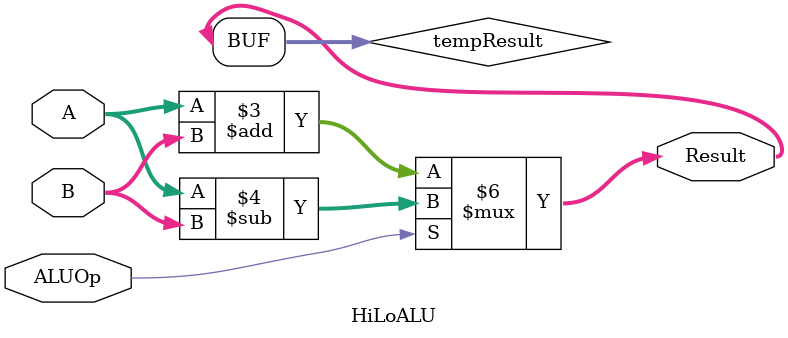
<source format=v>
`timescale 1ns / 1ps


module HiLoALU(ALUOp, A, B, Result);
    input [63:0] A, B;
    input ALUOp;
    
    output [63:0] Result;
    
    reg [63:0] tempResult;
    
    always@(A, B, ALUOp)begin
        if(ALUOp == 1'b0) tempResult <= A + B;
        else tempResult <= A - B;
    end
    
    assign Result = tempResult;

endmodule

</source>
